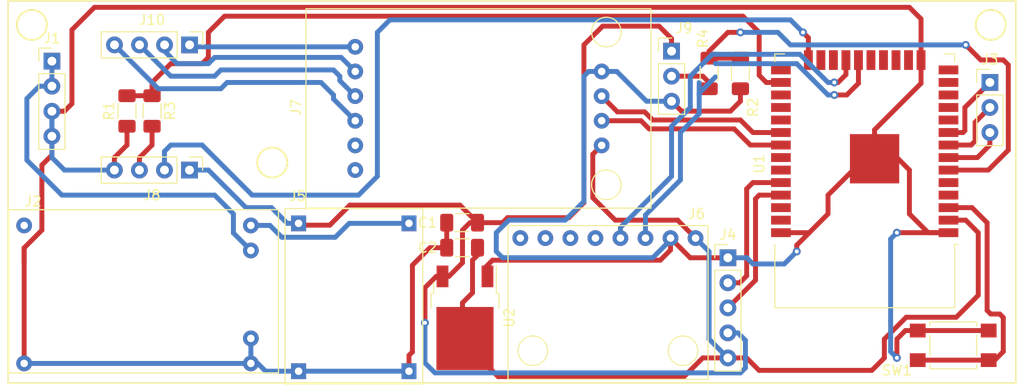
<source format=kicad_pcb>
(kicad_pcb (version 20211014) (generator pcbnew)
  (layers (0 "F.Cu" signal) (31 "B.Cu" signal) (34 "B.Paste" user) (35 "F.Paste" user) (36 "B.SilkS" user "B.Silkscreen") (37 "F.SilkS" user "F.Silkscreen") (38 "B.Mask" user) (39 "F.Mask" user) (44 "Edge.Cuts" user))
  (net 0 "")
  (net 1 "4056OUT-")
  (net 2 "US_ECHO")
  (net 3 "VEL_PULSE")
  (net 4 "Net-(J8-Pad3)")
  (net 5 "Net-(J9-Pad2)")
  (net 6 "3.3Reg")
  (net 9 "Net-(SW1-Pad2)")
  (net 19 "MPU_SCL")
  (net 20 "MPU_SDA")
  (net 23 "US_TRIGGER")
  (net 28 "LC_SCK")
  (net 29 "LC_DT")
  (net 32 "Net-(J3-Pad3)")
  (net 33 "Net-(J4-Pad3)")
  (net 36 "Boost5V")
  (net 37 "LC_E+")
  (net 38 "LC_E-")
  (net 39 "LC_A+")
  (net 40 "LC_A-")
  (net 41 "4056OUT+")
  (net 42 "USB+")
  (net 43 "Battery(+)")
  (net 44 "Net-(J3-Pad1)")
  (net 45 "Net-(J3-Pad2)")
  (net 46 "Net-(J4-Pad2)")
  (footprint "Connector_PinHeader_2.54mm:PinHeader_1x04_P2.54mm_Vertical" (layer "F.Cu") (at 71.12 125.73 -90)
    (fp_text reference "J10" (at -2.54 3.81 180) (layer "F.SilkS"))
    (fp_text value "LOADCELL")
    (fp_line (start -1.33 0) (end -1.33 -1.33) (layer "F.SilkS") (width 0.12))
    (fp_line (start -1.33 1.27) (end 1.33 1.27) (layer "F.SilkS") (width 0.12))
    (fp_line (start -1.33 1.27) (end -1.33 8.95) (layer "F.SilkS") (width 0.12))
    (fp_line (start 1.33 1.27) (end 1.33 8.95) (layer "F.SilkS") (width 0.12))
    (fp_line (start -1.33 -1.33) (end 0 -1.33) (layer "F.SilkS") (width 0.12))
    (fp_line (start -1.33 8.95) (end 1.33 8.95) (layer "F.SilkS") (width 0.12))
    (pad "1" thru_hole rect (at 0 0 270) (size 1.7 1.7) (drill 0.9) (layers *.Cu *.Mask) (net 37 "LC_E+"))
    (pad "2" thru_hole oval (at 0 2.54 270) (size 1.7 1.7) (drill 0.9) (layers *.Cu *.Mask) (net 38 "LC_E-"))
    (pad "3" thru_hole oval (at 0 5.08 270) (size 1.7 1.7) (drill 0.9) (layers *.Cu *.Mask) (net 39 "LC_A+"))
    (pad "4" thru_hole oval (at 0 7.62 270) (size 1.7 1.7) (drill 0.9) (layers *.Cu *.Mask) (net 40 "LC_A-"))
  )
  (footprint "Connector_PinHeader_2.54mm:PinHeader_1x04_P2.54mm_Vertical" (layer "F.Cu") (at 71.11 138.43 -90)
    (fp_text reference "J8" (at 2.54 3.8 180) (layer "F.SilkS"))
    (fp_text value "HC-SR04")
    (fp_line (start -1.33 0) (end -1.33 -1.33) (layer "F.SilkS") (width 0.12))
    (fp_line (start -1.33 -1.33) (end 0 -1.33) (layer "F.SilkS") (width 0.12))
    (fp_line (start 1.33 1.27) (end 1.33 8.95) (layer "F.SilkS") (width 0.12))
    (fp_line (start -1.33 1.27) (end -1.33 8.95) (layer "F.SilkS") (width 0.12))
    (fp_line (start -1.33 1.27) (end 1.33 1.27) (layer "F.SilkS") (width 0.12))
    (fp_line (start -1.33 8.95) (end 1.33 8.95) (layer "F.SilkS") (width 0.12))
    (pad "1" thru_hole rect (at 0 0 270) (size 1.7 1.7) (drill 0.9) (layers *.Cu *.Mask) (net 36 "Boost5V"))
    (pad "2" thru_hole oval (at 0 2.54 270) (size 1.7 1.7) (drill 0.9) (layers *.Cu *.Mask) (net 23 "US_TRIGGER"))
    (pad "3" thru_hole oval (at 0 5.08 270) (size 1.7 1.7) (drill 0.9) (layers *.Cu *.Mask) (net 4 "Net-(J8-Pad3)"))
    (pad "4" thru_hole oval (at 0 7.62 270) (size 1.7 1.7) (drill 0.9) (layers *.Cu *.Mask) (net 1 "4056OUT-"))
  )
  (footprint "Connector_PinHeader_2.54mm:PinHeader_1x05_P2.54mm_Vertical" (layer "F.Cu") (at 125.73 147.325)
    (fp_text reference "J4" (at 0 -2.33) (layer "F.SilkS"))
    (fp_text value "UART2TTL Bridge")
    (fp_line (start 1.33 1.27) (end 1.33 11.49) (layer "F.SilkS") (width 0.12))
    (fp_line (start -1.33 1.27) (end 1.33 1.27) (layer "F.SilkS") (width 0.12))
    (fp_line (start -1.33 -1.33) (end 0 -1.33) (layer "F.SilkS") (width 0.12))
    (fp_line (start -1.33 0) (end -1.33 -1.33) (layer "F.SilkS") (width 0.12))
    (fp_line (start -1.33 11.49) (end 1.33 11.49) (layer "F.SilkS") (width 0.12))
    (fp_line (start -1.33 1.27) (end -1.33 11.49) (layer "F.SilkS") (width 0.12))
    (pad "1" thru_hole rect (at 0 0) (size 1.7 1.7) (drill 0.9) (layers *.Cu *.Mask) (net 1 "4056OUT-"))
    (pad "2" thru_hole oval (at 0 2.54) (size 1.7 1.7) (drill 0.9) (layers *.Cu *.Mask) (net 46 "Net-(J4-Pad2)"))
    (pad "3" thru_hole oval (at 0 5.08) (size 1.7 1.7) (drill 0.9) (layers *.Cu *.Mask) (net 33 "Net-(J4-Pad3)"))
    (pad "4" thru_hole oval (at 0 7.62) (size 1.7 1.7) (drill 0.9) (layers *.Cu *.Mask) (net 36 "Boost5V"))
    (pad "5" thru_hole oval (at 0 10.16) (size 1.7 1.7) (drill 0.9) (layers *.Cu *.Mask) (net 6 "3.3Reg"))
  )
  (footprint "Resistor_SMD:R_1206_3216Metric_Pad1.30x1.75mm_HandSolder" (layer "F.Cu") (at 127 128.625 90)
    (fp_text reference "R2" (at -3.455 1.27 90) (layer "F.SilkS"))
    (fp_text value "1k")
    (fp_line (start -0.727064 0.91) (end 0.727064 0.91) (layer "F.SilkS") (width 0.12))
    (fp_line (start -0.727064 -0.91) (end 0.727064 -0.91) (layer "F.SilkS") (width 0.12))
    (pad "1" smd roundrect (at -1.55 0 90) (size 1.3 1.75) (layers "F.Cu" "F.Paste" "F.Mask") (roundrect_rratio 0.1923076923) (net 1 "4056OUT-"))
    (pad "2" smd roundrect (at 1.55 0 90) (size 1.3 1.75) (layers "F.Cu" "F.Paste" "F.Mask") (roundrect_rratio 0.1923076923) (net 3 "VEL_PULSE"))
  )
  (footprint "Capacitor_SMD:C_1206_3216Metric_Pad1.33x1.80mm_HandSolder" (layer "F.Cu") (at 98.7675 146.304 180)
    (fp_text reference "C2" (at 3.5175 0) (layer "F.SilkS"))
    (fp_text value "CP1_Small")
    (fp_line (start -0.711252 0.91) (end 0.711252 0.91) (layer "F.SilkS") (width 0.12))
    (fp_line (start -0.711252 -0.91) (end 0.711252 -0.91) (layer "F.SilkS") (width 0.12))
    (pad "1" smd roundrect (at -1.5625 0 180) (size 1.325 1.8) (layers "F.Cu" "F.Paste" "F.Mask") (roundrect_rratio 0.1886792453) (net 6 "3.3Reg"))
    (pad "2" smd roundrect (at 1.5625 0 180) (size 1.325 1.8) (layers "F.Cu" "F.Paste" "F.Mask") (roundrect_rratio 0.1886792453) (net 1 "4056OUT-"))
  )
  (footprint "Miscelaneos:MPU 6050 Module" (layer "F.Cu") (at 123.72 144.06 -90)
    (fp_text reference "J6" (at -1.185 1.165 unlocked) (layer "F.SilkS"))
    (fp_text value "MPU6050")
    (fp_rect (start 0 0) (end 15.6 20.3) (layer "F.SilkS") (width 0.12) (fill none))
    (fp_circle (center 12.7 17.78) (end 14.2 17.78) (layer "F.SilkS") (width 0.12) (fill none))
    (fp_circle (center 12.7 2.54) (end 14.2 2.54) (layer "F.SilkS") (width 0.12) (fill none))
    (pad "1" thru_hole circle (at 1.27 1.27 270) (size 1.6 1.6) (drill 0.762) (layers *.Cu *.Mask) (net 6 "3.3Reg"))
    (pad "2" thru_hole circle (at 1.27 3.81 270) (size 1.6 1.6) (drill 0.762) (layers *.Cu *.Mask) (net 1 "4056OUT-"))
    (pad "3" thru_hole circle (at 1.27 6.35 270) (size 1.6 1.6) (drill 0.762) (layers *.Cu *.Mask) (net 19 "MPU_SCL"))
    (pad "4" thru_hole circle (at 1.27 8.89 270) (size 1.6 1.6) (drill 0.762) (layers *.Cu *.Mask) (net 20 "MPU_SDA"))
    (pad "5" thru_hole circle (at 1.27 11.43 270) (size 1.6 1.6) (drill 0.762) (layers *.Cu *.Mask))
    (pad "6" thru_hole circle (at 1.27 13.97 270) (size 1.6 1.6) (drill 0.762) (layers *.Cu *.Mask))
    (pad "7" thru_hole circle (at 1.27 16.51 270) (size 1.6 1.6) (drill 0.762) (layers *.Cu *.Mask))
    (pad "8" thru_hole circle (at 1.27 19.05 270) (size 1.6 1.6) (drill 0.762) (layers *.Cu *.Mask))
  )
  (footprint "Resistor_SMD:R_1206_3216Metric_Pad1.30x1.75mm_HandSolder" (layer "F.Cu") (at 123.825 128.625 -90)
    (fp_text reference "R4" (at -3.53 0.635 -90) (layer "F.SilkS"))
    (fp_text value "330")
    (fp_line (start -0.727064 0.91) (end 0.727064 0.91) (layer "F.SilkS") (width 0.12))
    (fp_line (start -0.727064 -0.91) (end 0.727064 -0.91) (layer "F.SilkS") (width 0.12))
    (pad "1" smd roundrect (at -1.55 0 270) (size 1.3 1.75) (layers "F.Cu" "F.Paste" "F.Mask") (roundrect_rratio 0.1923076923) (net 3 "VEL_PULSE"))
    (pad "2" smd roundrect (at 1.55 0 270) (size 1.3 1.75) (layers "F.Cu" "F.Paste" "F.Mask") (roundrect_rratio 0.1923076923) (net 5 "Net-(J9-Pad2)"))
  )
  (footprint "Button_Switch_SMD:SW_SPST_TL3305B" (layer "F.Cu") (at 148.59 156.21)
    (fp_text reference "SW1" (at -5.715 2.54) (layer "F.SilkS"))
    (fp_text value "SW_Enable")
    (fp_line (start 2.37 2.37) (end 2.37 1.97) (layer "F.SilkS") (width 0.12))
    (fp_line (start -2.37 2.37) (end 2.37 2.37) (layer "F.SilkS") (width 0.12))
    (fp_line (start -2.37 -2.37) (end 2.37 -2.37) (layer "F.SilkS") (width 0.12))
    (fp_line (start -2.37 -2.37) (end -2.37 -1.97) (layer "F.SilkS") (width 0.12))
    (fp_line (start -2.37 1.03) (end -2.37 -1.03) (layer "F.SilkS") (width 0.12))
    (fp_line (start 2.37 -2.37) (end 2.37 -1.97) (layer "F.SilkS") (width 0.12))
    (fp_line (start 2.37 1.03) (end 2.37 -1.03) (layer "F.SilkS") (width 0.12))
    (fp_line (start -2.37 2.37) (end -2.37 1.97) (layer "F.SilkS") (width 0.12))
    (pad "1" smd rect (at -3.6 -1.5) (size 1.6 1.4) (layers "F.Cu" "F.Paste" "F.Mask") (net 1 "4056OUT-"))
    (pad "1" smd rect (at 3.6 -1.5) (size 1.6 1.4) (layers "F.Cu" "F.Paste" "F.Mask") (net 1 "4056OUT-"))
    (pad "2" smd rect (at 3.6 1.5) (size 1.6 1.4) (layers "F.Cu" "F.Paste" "F.Mask") (net 9 "Net-(SW1-Pad2)"))
    (pad "2" smd rect (at -3.6 1.5) (size 1.6 1.4) (layers "F.Cu" "F.Paste" "F.Mask") (net 9 "Net-(SW1-Pad2)"))
  )
  (footprint "Connector_PinHeader_2.54mm:PinHeader_1x04_P2.54mm_Vertical" (layer "F.Cu") (at 57.15 127.381)
    (fp_text reference "J1" (at 0 -2.33) (layer "F.SilkS"))
    (fp_text value "Battery Pins")
    (fp_line (start -1.33 1.27) (end 1.33 1.27) (layer "F.SilkS") (width 0.12))
    (fp_line (start -1.33 8.95) (end 1.33 8.95) (layer "F.SilkS") (width 0.12))
    (fp_line (start -1.33 0) (end -1.33 -1.33) (layer "F.SilkS") (width 0.12))
    (fp_line (start -1.33 1.27) (end -1.33 8.95) (layer "F.SilkS") (width 0.12))
    (fp_line (start 1.33 1.27) (end 1.33 8.95) (layer "F.SilkS") (width 0.12))
    (fp_line (start -1.33 -1.33) (end 0 -1.33) (layer "F.SilkS") (width 0.12))
    (pad "1" thru_hole rect (at 0 0) (size 1.7 1.7) (drill 0.9) (layers *.Cu *.Mask) (net 43 "Battery(+)"))
    (pad "2" thru_hole oval (at 0 2.54) (size 1.7 1.7) (drill 0.9) (layers *.Cu *.Mask) (net 43 "Battery(+)"))
    (pad "3" thru_hole oval (at 0 5.08) (size 1.7 1.7) (drill 0.9) (layers *.Cu *.Mask) (net 1 "4056OUT-"))
    (pad "4" thru_hole oval (at 0 7.62) (size 1.7 1.7) (drill 0.9) (layers *.Cu *.Mask) (net 1 "4056OUT-"))
  )
  (footprint "Capacitor_SMD:C_1206_3216Metric_Pad1.33x1.80mm_HandSolder" (layer "F.Cu") (at 98.7675 143.764 180)
    (fp_text reference "C1" (at 3.5175 0) (layer "F.SilkS"))
    (fp_text value "CP1_Small")
    (fp_line (start -0.711252 -0.91) (end 0.711252 -0.91) (layer "F.SilkS") (width 0.12))
    (fp_line (start -0.711252 0.91) (end 0.711252 0.91) (layer "F.SilkS") (width 0.12))
    (pad "1" smd roundrect (at -1.5625 0 180) (size 1.325 1.8) (layers "F.Cu" "F.Paste" "F.Mask") (roundrect_rratio 0.1886792453) (net 36 "Boost5V"))
    (pad "2" smd roundrect (at 1.5625 0 180) (size 1.325 1.8) (layers "F.Cu" "F.Paste" "F.Mask") (roundrect_rratio 0.1886792453) (net 1 "4056OUT-"))
  )
  (footprint "RF_Module:ESP32-WROOM-32" (layer "F.Cu") (at 139.610244 136.525 180)
    (fp_text reference "U1" (at 10.705244 -1.27 90) (layer "F.SilkS"))
    (fp_text value "ESP32-WROOM-32")
    (fp_line (start -9.12 9.88) (end -8.12 9.88) (layer "F.SilkS") (width 0.12))
    (fp_line (start -9.12 -9.445) (end -9.5 -9.445) (layer "F.SilkS") (width 0.12))
    (fp_line (start 9.12 9.1) (end 9.12 9.88) (layer "F.SilkS") (width 0.12))
    (fp_line (start 9.12 9.88) (end 8.12 9.88) (layer "F.SilkS") (width 0.12))
    (fp_line (start -9.12 9.1) (end -9.12 9.88) (layer "F.SilkS") (width 0.12))
    (fp_line (start -9.12 -15.865) (end -9.12 -9.445) (layer "F.SilkS") (width 0.12))
    (fp_line (start -9.12 -15.865) (end 9.12 -15.865) (layer "F.SilkS") (width 0.12))
    (fp_line (start 9.12 -15.865) (end 9.12 -9.445) (layer "F.SilkS") (width 0.12))
    (pad "1" smd rect (at -8.5 -8.255 180) (size 2 0.9) (layers "F.Cu" "F.Paste" "F.Mask") (net 1 "4056OUT-"))
    (pad "2" smd rect (at -8.5 -6.985 180) (size 2 0.9) (layers "F.Cu" "F.Paste" "F.Mask") (net 6 "3.3Reg"))
    (pad "3" smd rect (at -8.5 -5.715 180) (size 2 0.9) (layers "F.Cu" "F.Paste" "F.Mask") (net 9 "Net-(SW1-Pad2)"))
    (pad "4" smd rect (at -8.5 -4.445 180) (size 2 0.9) (layers "F.Cu" "F.Paste" "F.Mask"))
    (pad "5" smd rect (at -8.5 -3.175 180) (size 2 0.9) (layers "F.Cu" "F.Paste" "F.Mask"))
    (pad "6" smd rect (at -8.5 -1.905 180) (size 2 0.9) (layers "F.Cu" "F.Paste" "F.Mask") (net 3 "VEL_PULSE"))
    (pad "7" smd rect (at -8.5 -0.635 180) (size 2 0.9) (layers "F.Cu" "F.Paste" "F.Mask") (net 32 "Net-(J3-Pad3)"))
    (pad "8" smd rect (at -8.5 0.635 180) (size 2 0.9) (layers "F.Cu" "F.Paste" "F.Mask") (net 45 "Net-(J3-Pad2)"))
    (pad "9" smd rect (at -8.5 1.905 180) (size 2 0.9) (layers "F.Cu" "F.Paste" "F.Mask") (net 44 "Net-(J3-Pad1)"))
    (pad "10" smd rect (at -8.5 3.175 180) (size 2 0.9) (layers "F.Cu" "F.Paste" "F.Mask"))
    (pad "11" smd rect (at -8.5 4.445 180) (size 2 0.9) (layers "F.Cu" "F.Paste" "F.Mask"))
    (pad "12" smd rect (at -8.5 5.715 180) (size 2 0.9) (layers "F.Cu" "F.Paste" "F.Mask"))
    (pad "13" smd rect (at -8.5 6.985 180) (size 2 0.9) (layers "F.Cu" "F.Paste" "F.Mask"))
    (pad "14" smd rect (at -8.5 8.255 180) (size 2 0.9) (layers "F.Cu" "F.Paste" "F.Mask"))
    (pad "15" smd rect (at -5.715 9.255 270) (size 2 0.9) (layers "F.Cu" "F.Paste" "F.Mask") (net 1 "4056OUT-"))
    (pad "16" smd rect (at -4.445 9.255 270) (size 2 0.9) (layers "F.Cu" "F.Paste" "F.Mask"))
    (pad "17" smd rect (at -3.175 9.255 270) (size 2 0.9) (layers "F.Cu" "F.Paste" "F.Mask"))
    (pad "18" smd rect (at -1.905 9.255 270) (size 2 0.9) (layers "F.Cu" "F.Paste" "F.Mask"))
    (pad "19" smd rect (at -0.635 9.255 270) (size 2 0.9) (layers "F.Cu" "F.Paste" "F.Mask"))
    (pad "20" smd rect (at 0.635 9.255 270) (size 2 0.9) (layers "F.Cu" "F.Paste" "F.Mask") (net 19 "MPU_SCL"))
    (pad "21" smd rect (at 1.905 9.255 270) (size 2 0.9) (layers "F.Cu" "F.Paste" "F.Mask") (net 20 "MPU_SDA"))
    (pad "22" smd rect (at 3.175 9.255 270) (size 2 0.9) (layers "F.Cu" "F.Paste" "F.Mask"))
    (pad "23" smd rect (at 4.445 9.255 270) (size 2 0.9) (layers "F.Cu" "F.Paste" "F.Mask"))
    (pad "24" smd rect (at 5.715 9.255 270) (size 2 0.9) (layers "F.Cu" "F.Paste" "F.Mask") (net 23 "US_TRIGGER"))
    (pad "25" smd rect (at 8.5 8.255 180) (size 2 0.9) (layers "F.Cu" "F.Paste" "F.Mask"))
    (pad "26" smd rect (at 8.5 6.985 180) (size 2 0.9) (layers "F.Cu" "F.Paste" "F.Mask") (net 2 "US_ECHO"))
    (pad "27" smd rect (at 8.5 5.715 180) (size 2 0.9) (layers "F.Cu" "F.Paste" "F.Mask"))
    (pad "28" smd rect (at 8.5 4.445 180) (size 2 0.9) (layers "F.Cu" "F.Paste" "F.Mask"))
    (pad "29" smd rect (at 8.5 3.175 180) (size 2 0.9) (layers "F.Cu" "F.Paste" "F.Mask"))
    (pad "30" smd rect (at 8.5 1.905 180) (size 2 0.9) (layers "F.Cu" "F.Paste" "F.Mask") (net 29 "LC_DT"))
    (pad "31" smd rect (at 8.5 0.635 180) (size 2 0.9) (layers "F.Cu" "F.Paste" "F.Mask") (net 28 "LC_SCK"))
    (pad "32" smd rect (at 8.5 -0.635 180) (size 2 0.9) (layers "F.Cu" "F.Paste" "F.Mask"))
    (pad "33" smd rect (at 8.5 -1.905 180) (size 2 0.9) (layers "F.Cu" "F.Paste" "F.Mask"))
    (pad "34" smd rect (at 8.5 -3.175 180) (size 2 0.9) (layers "F.Cu" "F.Paste" "F.Mask") (net 46 "Net-(J4-Pad2)"))
    (pad "35" smd rect (at 8.5 -4.445 180) (size 2 0.9) (layers "F.Cu" "F.Paste" "F.Mask") (net 33 "Net-(J4-Pad3)"))
    (pad "36" smd rect (at 8.5 -5.715 180) (size 2 0.9) (layers "F.Cu" "F.Paste" "F.Mask"))
    (pad "37" smd rect (at 8.5 -6.985 180) (size 2 0.9) (layers "F.Cu" "F.Paste" "F.Mask"))
    (pad "38" smd rect (at 8.5 -8.255 180) (size 2 0.9) (layers "F.Cu" "F.Paste" "F.Mask") (net 1 "4056OUT-"))
    (pad "39" smd rect (at -1 -0.755 180) (size 5 5) (layers "F.Cu" "F.Paste" "F.Mask") (net 1 "4056OUT-"))
  )
  (footprint "Miscelaneos:HX711 Loadcell ADC" (layer "F.Cu") (at 82.925 121.425)
    (fp_text reference "J7" (at -1.01 10.655 90 unlocked) (layer "F.SilkS"))
    (fp_text value "HX711")
    (fp_rect (start 0 0.635) (end 35 20.865) (layer "F.SilkS") (width 0.12) (fill none))
    (fp_circle (center 30.48 3) (end 31.98 3) (layer "F.SilkS") (width 0.12) (fill none))
    (fp_circle (center 30.48 18.5) (end 31.98 18.5) (layer "F.SilkS") (width 0.12) (fill none))
    (pad "1" thru_hole circle (at 5 4.5) (size 1.6 1.6) (drill oval 0.762) (layers *.Cu *.Mask) (net 37 "LC_E+"))
    (pad "2" thru_hole circle (at 5 7) (size 1.6 1.6) (drill 0.762) (layers *.Cu *.Mask) (net 38 "LC_E-"))
    (pad "3" thru_hole circle (at 5 9.5) (size 1.6 1.6) (drill 0.762) (layers *.Cu *.Mask) (net 39 "LC_A+"))
    (pad "4" thru_hole circle (at 5 12) (size 1.6 1.6) (drill 0.762) (layers *.Cu *.Mask) (net 40 "LC_A-"))
    (pad "5" thru_hole circle (at 30 14.5) (size 1.6 1.6) (drill 0.762) (layers *.Cu *.Mask) (net 6 "3.3Reg"))
    (pad "6" thru_hole circle (at 30 7) (size 1.6 1.6) (drill 0.762) (layers *.Cu *.Mask) (net 1 "4056OUT-"))
    (pad "7" thru_hole circle (at 30 12) (size 1.6 1.6) (drill 0.762) (layers *.Cu *.Mask) (net 28 "LC_SCK"))
    (pad "8" thru_hole circle (at 30 9.5) (size 1.6 1.6) (drill 0.762) (layers *.Cu *.Mask) (net 29 "LC_DT"))
    (pad "x" thru_hole circle (at 5 14.5) (size 1.6 1.6) (drill 0.762) (layers *.Cu *.Mask))
    (pad "x" thru_hole circle (at 5 17) (size 1.6 1.6) (drill 0.762) (layers *.Cu *.Mask))
  )
  (footprint "Miscelaneos:5-12V BoostConverter" (layer "F.Cu") (at 94.774 142.335 -90)
    (fp_text reference "J5" (at -1.27 12.7 unlocked) (layer "F.SilkS"))
    (fp_text value "BoostConverter")
    (fp_rect (start 0 0) (end 17.78 13.97) (layer "F.SilkS") (width 0.12) (fill none))
    (pad "1" thru_hole rect (at 1.4986 1.3984 270) (size 1.6 1.524) (drill 0.762) (layers *.Cu *.Mask) (net 41 "4056OUT+"))
    (pad "2" thru_hole rect (at 16.4986 1.3984 270) (size 1.6 1.524) (drill 0.762) (layers *.Cu *.Mask) (net 1 "4056OUT-"))
    (pad "3" thru_hole rect (at 1.4986 12.5984 270) (size 1.6 1.524) (drill 0.762) (layers *.Cu *.Mask) (net 36 "Boost5V"))
    (pad "4" thru_hole rect (at 16.4986 12.5984 270) (size 1.6 1.524) (drill 0.762) (layers *.Cu *.Mask) (net 1 "4056OUT-"))
  )
  (footprint "Miscelaneos:18650 TP4056 Module" (layer "F.Cu") (at 52.135 137.725)
    (fp_text reference "J2" (at 3.11 3.88 unlocked) (layer "F.SilkS"))
    (fp_text value "TP4056 Module")
    (fp_rect (start 0.635 21.285) (end 28 4.72) (layer "F.SilkS") (width 0.12) (fill none))
    (pad "1" thru_hole circle (at 25.2 8.86) (size 1.6 1.6) (drill 0.762) (layers *.Cu *.Mask) (net 43 "Battery(+)"))
    (pad "2" thru_hole circle (at 25.2 17.78) (size 1.6 1.6) (drill 0.762) (layers *.Cu *.Mask) (net 1 "4056OUT-"))
    (pad "3" thru_hole circle (at 25.2 6.32) (size 1.6 1.6) (drill 0.762) (layers *.Cu *.Mask) (net 41 "4056OUT+"))
    (pad "4" thru_hole circle (at 2.2 6.32) (size 1.6 1.6) (drill 0.762) (layers *.Cu *.Mask) (net 42 "USB+"))
    (pad "5" thru_hole circle (at 25.2 20.32) (size 1.6 1.6) (drill 0.762) (layers *.Cu *.Mask) (net 1 "4056OUT-"))
    (pad "6" thru_hole circle (at 2.2 20.32) (size 1.6 1.6) (drill 0.762) (layers *.Cu *.Mask) (net 1 "4056OUT-"))
  )
  (footprint "Package_TO_SOT_SMD:TO-252-2" (layer "F.Cu") (at 99.059 153.416 -90)
    (fp_text reference "U2" (at 0 -4.5 -90) (layer "F.SilkS"))
    (fp_text value "LM1117-3.3")
    (fp_line (start -2.47 -3.45) (end -2.47 -3.18) (layer "F.SilkS") (width 0.12))
    (fp_line (start -2.47 -3.18) (end -5.3 -3.18) (layer "F.SilkS") (width 0.12))
    (fp_line (start -2.47 3.18) (end -3.57 3.18) (layer "F.SilkS") (width 0.12))
    (fp_line (start -0.97 -3.45) (end -2.47 -3.45) (layer "F.SilkS") (width 0.12))
    (fp_line (start -2.47 3.45) (end -2.47 3.18) (layer "F.SilkS") (width 0.12))
    (fp_line (start -0.97 3.45) (end -2.47 3.45) (layer "F.SilkS") (width 0.12))
    (pad "1" smd rect (at -4.2 -2.28 270) (size 2.2 1.2) (layers "F.Cu" "F.Paste" "F.Mask") (net 1 "4056OUT-"))
    (pad "2" smd rect (at 2.1 0 270) (size 6.4 5.8) (layers "F.Cu" "F.Mask") (net 6 "3.3Reg"))
    (pad "3" smd rect (at -4.2 2.28 270) (size 2.2 1.2) (layers "F.Cu" "F.Paste" "F.Mask") (net 36 "Boost5V"))
  )
  (footprint "Connector_PinHeader_2.54mm:PinHeader_1x03_P2.54mm_Vertical" (layer "F.Cu") (at 152.310244 129.54)
    (fp_text reference "J3" (at 0 -2.33) (layer "F.SilkS"))
    (fp_text value "Reserve IO's")
    (fp_line (start -1.33 0) (end -1.33 -1.33) (layer "F.SilkS") (width 0.12))
    (fp_line (start -1.33 -1.33) (end 0 -1.33) (layer "F.SilkS") (width 0.12))
    (fp_line (start -1.33 1.27) (end 1.33 1.27) (layer "F.SilkS") (width 0.12))
    (fp_line (start 1.33 1.27) (end 1.33 6.41) (layer "F.SilkS") (width 0.12))
    (fp_line (start -1.33 6.41) (end 1.33 6.41) (layer "F.SilkS") (width 0.12))
    (fp_line (start -1.33 1.27) (end -1.33 6.41) (layer "F.SilkS") (width 0.12))
    (pad "1" thru_hole rect (at 0 0) (size 1.7 1.7) (drill 0.9) (layers *.Cu *.Mask) (net 44 "Net-(J3-Pad1)"))
    (pad "2" thru_hole oval (at 0 2.54) (size 1.7 1.7) (drill 0.9) (layers *.Cu *.Mask) (net 45 "Net-(J3-Pad2)"))
    (pad "3" thru_hole oval (at 0 5.08) (size 1.7 1.7) (drill 0.9) (layers *.Cu *.Mask) (net 32 "Net-(J3-Pad3)"))
  )
  (footprint "Resistor_SMD:R_1206_3216Metric_Pad1.30x1.75mm_HandSolder" (layer "F.Cu") (at 64.77 132.435 90)
    (fp_text reference "R1" (at 0 -1.82 90) (layer "F.SilkS"))
    (fp_text value "1k")
    (fp_line (start -0.727064 0.91) (end 0.727064 0.91) (layer "F.SilkS") (width 0.12))
    (fp_line (start -0.727064 -0.91) (end 0.727064 -0.91) (layer "F.SilkS") (width 0.12))
    (pad "1" smd roundrect (at -1.55 0 90) (size 1.3 1.75) (layers "F.Cu" "F.Paste" "F.Mask") (roundrect_rratio 0.1923076923) (net 1 "4056OUT-"))
    (pad "2" smd roundrect (at 1.55 0 90) (size 1.3 1.75) (layers "F.Cu" "F.Paste" "F.Mask") (roundrect_rratio 0.1923076923) (net 2 "US_ECHO"))
  )
  (footprint "Connector_PinHeader_2.54mm:PinHeader_1x03_P2.54mm_Vertical" (layer "F.Cu") (at 120.015 126.365)
    (fp_text reference "J9" (at 1.27 -2.33) (layer "F.SilkS"))
    (fp_text value "FOTOELECTRIC_ENCODER")
    (fp_line (start -1.33 1.27) (end 1.33 1.27) (layer "F.SilkS") (width 0.12))
    (fp_line (start -1.33 0) (end -1.33 -1.33) (layer "F.SilkS") (width 0.12))
    (fp_line (start -1.33 1.27) (end -1.33 6.41) (layer "F.SilkS") (width 0.12))
    (fp_line (start -1.33 -1.33) (end 0 -1.33) (layer "F.SilkS") (width 0.12))
    (fp_line (start -1.33 6.41) (end 1.33 6.41) (layer "F.SilkS") (width 0.12))
    (fp_line (start 1.33 1.27) (end 1.33 6.41) (layer "F.SilkS") (width 0.12))
    (pad "1" thru_hole rect (at 0 0) (size 1.7 1.7) (drill 0.9) (layers *.Cu *.Mask) (net 36 "Boost5V"))
    (pad "2" thru_hole oval (at 0 2.54) (size 1.7 1.7) (drill 0.9) (layers *.Cu *.Mask) (net 5 "Net-(J9-Pad2)"))
    (pad "3" thru_hole oval (at 0 5.08) (size 1.7 1.7) (drill 0.9) (layers *.Cu *.Mask) (net 1 "4056OUT-"))
  )
  (footprint "Resistor_SMD:R_1206_3216Metric_Pad1.30x1.75mm_HandSolder" (layer "F.Cu") (at 67.31 132.435 -90)
    (fp_text reference "R3" (at 0 -1.82 -90) (layer "F.SilkS"))
    (fp_text value "330")
    (fp_line (start -0.727064 0.91) (end 0.727064 0.91) (layer "F.SilkS") (width 0.12))
    (fp_line (start -0.727064 -0.91) (end 0.727064 -0.91) (layer "F.SilkS") (width 0.12))
    (pad "1" smd roundrect (at -1.55 0 270) (size 1.3 1.75) (layers "F.Cu" "F.Paste" "F.Mask") (roundrect_rratio 0.1923076923) (net 2 "US_ECHO"))
    (pad "2" smd roundrect (at 1.55 0 270) (size 1.3 1.75) (layers "F.Cu" "F.Paste" "F.Mask") (roundrect_rratio 0.1923076923) (net 4 "Net-(J8-Pad3)"))
  )
  (gr_rect (start 52.705 160.02) (end 154.94 121.285) (layer "F.SilkS") (width 0.15) (fill none))
  (gr_circle (center 55.118 123.698) (end 56.642 123.698) (layer "F.SilkS") (width 0.2) (fill none))
  (gr_circle (center 152.4 123.698) (end 153.924 123.698) (layer "F.SilkS") (width 0.2) (fill none))
  (gr_circle (center 79.502 137.668) (end 81.026 137.668) (layer "F.SilkS") (width 0.2) (fill none))
  (segment (start 120.015 131.445) (end 121.02048 132.45048) (width 0.5) (layer "F.Cu") (net 1))
  (segment (start 58.42 132.461) (end 59.182 131.699) (width 0.5) (layer "F.Cu") (net 1))
  (segment (start 56.134 137.922) (end 57.15 136.906) (width 0.5) (layer "F.Cu") (net 1))
  (segment (start 148.110244 144.78) (end 146.05 144.78) (width 0.5) (layer "F.Cu") (net 1))
  (segment (start 54.335 146.325) (end 56.134 144.526) (width 0.5) (layer "F.Cu") (net 1))
  (segment (start 56.134 144.526) (end 56.134 137.922) (width 0.5) (layer "F.Cu") (net 1))
  (segment (start 145.325244 127.27) (end 145.325244 129.629756) (width 0.5) (layer "F.Cu") (net 1))
  (segment (start 135.89 140.97) (end 139.58 137.28) (width 0.5) (layer "F.Cu") (net 1))
  (segment (start 144.145 138.43) (end 142.995 137.28) (width 0.5) (layer "F.Cu") (net 1))
  (segment (start 121.02048 132.45048) (end 125.99452 132.45048) (width 0.5) (layer "F.Cu") (net 1))
  (segment (start 133.985 144.78) (end 132.715 146.05) (width 0.5) (layer "F.Cu") (net 1))
  (segment (start 101.854 147.574) (end 118.872 147.574) (width 0.5) (layer "F.Cu") (net 1))
  (segment (start 144.145 142.875) (end 144.145 138.43) (width 0.5) (layer "F.Cu") (net 1))
  (segment (start 101.086 148.342) (end 101.854 147.574) (width 0.5) (layer "F.Cu") (net 1))
  (segment (start 63.49 137.17) (end 64.77 135.89) (width 0.5) (layer "F.Cu") (net 1))
  (segment (start 146.05 144.78) (end 144.145 142.875) (width 0.5) (layer "F.Cu") (net 1))
  (segment (start 93.726 148.082) (end 93.726 156.8756) (width 0.5) (layer "F.Cu") (net 1))
  (segment (start 143.742114 154.71) (end 142.876057 155.576057) (width 0.5) (layer "F.Cu") (net 1))
  (segment (start 63.49 138.43) (end 63.49 137.17) (width 0.5) (layer "F.Cu") (net 1))
  (segment (start 119.91 146.536) (end 119.91 145.33) (width 0.5) (layer "F.Cu") (net 1))
  (segment (start 125.99452 132.45048) (end 127 131.445) (width 0.5) (layer "F.Cu") (net 1))
  (segment (start 101.086 149.807) (end 101.086 148.342) (width 0.5) (layer "F.Cu") (net 1))
  (segment (start 61.468 121.92) (end 144.145 121.92) (width 0.5) (layer "F.Cu") (net 1))
  (segment (start 97.205 143.764) (end 97.205 146.304) (width 0.5) (layer "F.Cu") (net 1))
  (segment (start 144.99 154.71) (end 152.19 154.71) (width 0.5) (layer "F.Cu") (net 1))
  (segment (start 145.325244 123.100244) (end 145.325244 127.27) (width 0.5) (layer "F.Cu") (net 1))
  (segment (start 133.985 144.78) (end 135.89 142.875) (width 0.5) (layer "F.Cu") (net 1))
  (segment (start 95.504 146.304) (end 93.726 148.082) (width 0.5) (layer "F.Cu") (net 1))
  (segment (start 118.872 147.574) (end 119.91 146.536) (width 0.5) (layer "F.Cu") (net 1))
  (segment (start 57.15 132.461) (end 58.42 132.461) (width 0.5) (layer "F.Cu") (net 1))
  (segment (start 93.3756 157.226) (end 93.3756 158.8336) (width 0.5) (layer "F.Cu") (net 1))
  (segment (start 131.110244 144.78) (end 133.985 144.78) (width 0.5) (layer "F.Cu") (net 1))
  (segment (start 64.77 135.89) (end 64.77 133.985) (width 0.5) (layer "F.Cu") (net 1))
  (segment (start 121.905 147.325) (end 119.91 145.33) (width 0.5) (layer "F.Cu") (net 1))
  (segment (start 54.335 158.045) (end 54.335 146.325) (width 0.5) (layer "F.Cu") (net 1))
  (segment (start 142.875 144.78) (end 148.110244 144.78) (width 0.5) (layer "F.Cu") (net 1))
  (segment (start 145.325244 129.629756) (end 140.610244 134.344756) (width 0.5) (layer "F.Cu") (net 1))
  (segment (start 93.726 156.8756) (end 93.3756 157.226) (width 0.5) (layer "F.Cu") (net 1))
  (segment (start 142.876057 155.576057) (end 142.876057 157.481056) (width 0.5) (layer "F.Cu") (net 1))
  (segment (start 142.995 137.28) (end 140.610244 137.28) (width 0.5) (layer "F.Cu") (net 1))
  (segment (start 140.610244 134.344756) (end 140.610244 137.28) (width 0.5) (layer "F.Cu") (net 1))
  (segment (start 135.89 142.875) (end 135.89 140.97) (width 0.5) (layer "F.Cu") (net 1))
  (segment (start 57.15 136.906) (end 57.15 135.001) (width 0.5) (layer "F.Cu") (net 1))
  (segment (start 125.73 147.325) (end 121.905 147.325) (width 0.5) (layer "F.Cu") (net 1))
  (segment (start 132.715 146.05) (end 132.715 146.685) (width 0.5) (layer "F.Cu") (net 1))
  (segment (start 59.182 131.699) (end 59.182 124.206) (width 0.5) (layer "F.Cu") (net 1))
  (segment (start 139.58 137.28) (end 140.610244 137.28) (width 0.5) (layer "F.Cu") (net 1))
  (segment (start 144.99 154.71) (end 143.742114 154.71) (width 0.5) (layer "F.Cu") (net 1))
  (segment (start 127 131.445) (end 127 130.175) (width 0.5) (layer "F.Cu") (net 1))
  (segment (start 59.182 124.206) (end 61.468 121.92) (width 0.5) (layer "F.Cu") (net 1))
  (segment (start 144.145 121.92) (end 145.325244 123.100244) (width 0.5) (layer "F.Cu") (net 1))
  (segment (start 54.335 147.976) (end 54.335 146.325) (width 0.5) (layer "F.Cu") (net 1))
  (segment (start 97.205 146.304) (end 95.504 146.304) (width 0.5) (layer "F.Cu") (net 1))
  (via (at 132.715 146.685) (size 0.8) (drill 0.4) (layers "F.Cu" "B.Cu") (net 1))
  (via (at 142.875 144.78) (size 0.8) (drill 0.4) (layers "F.Cu" "B.Cu") (net 1))
  (via (at 142.876057 157.481056) (size 0.8) (drill 0.4) (layers "F.Cu" "B.Cu") (net 1))
  (segment (start 131.445 147.955) (end 128.27 147.955) (width 0.5) (layer "B.Cu") (net 1))
  (segment (start 63.49 138.43) (end 58.42 138.43) (width 0.5) (layer "B.Cu") (net 1))
  (segment (start 93.1202 158.835) (end 93.1216 158.8336) (width 0.5) (layer "B.Cu") (net 1))
  (segment (start 103.505 143.51) (end 102.235 144.78) (width 0.5) (layer "B.Cu") (net 1))
  (segment (start 109.22 143.51) (end 103.505 143.51) (width 0.5) (layer "B.Cu") (net 1))
  (segment (start 57.15 132.09) (end 57.15 135.255) (width 0.5) (layer "B.Cu") (net 1))
  (segment (start 114.455 128.425) (end 117.475 131.445) (width 0.5) (layer "B.Cu") (net 1))
  (segment (start 112.925 128.425) (end 111.605 128.425) (width 0.5) (layer "B.Cu") (net 1))
  (segment (start 128.27 147.955) (end 127.635 147.32) (width 0.5) (layer "B.Cu") (net 1))
  (segment (start 111.125 128.905) (end 111.125 141.605) (width 0.5) (layer "B.Cu") (net 1))
  (segment (start 58.42 138.43) (end 57.15 137.16) (width 0.5) (layer "B.Cu") (net 1))
  (segment (start 142.24 156.844999) (end 142.24 153.67) (width 0.5) (layer "B.Cu") (net 1))
  (segment (start 112.925 128.425) (end 114.455 128.425) (width 0.5) (layer "B.Cu") (net 1))
  (segment (start 57.15 132.461) (end 57.15 135.001) (width 0.5) (layer "B.Cu") (net 1))
  (segment (start 102.235 144.78) (end 102.235 146.685) (width 0.5) (layer "B.Cu") (net 1))
  (segment (start 142.24 145.415) (end 142.875 144.78) (width 0.5) (layer "B.Cu") (net 1))
  (segment (start 127.635 147.32) (end 127.63 147.325) (width 0.5) (layer "B.Cu") (net 1))
  (segment (start 119.91 145.52) (end 119.91 145.33) (width 0.5) (layer "B.Cu") (net 1))
  (segment (start 142.876057 157.481056) (end 142.24 156.844999) (width 0.5) (layer "B.Cu") (net 1))
  (segment (start 102.235 146.685) (end 102.87 147.32) (width 0.5) (layer "B.Cu") (net 1))
  (segment (start 54.335 158.045) (end 77.335 158.045) (width 0.5) (layer "B.Cu") (net 1))
  (segment (start 118.11 147.32) (end 119.91 145.52) (width 0.5) (layer "B.Cu") (net 1))
  (segment (start 127.63 147.325) (end 125.73 147.325) (width 0.5) (layer "B.Cu") (net 1))
  (segment (start 117.475 131.445) (end 120.015 131.445) (width 0.5) (layer "B.Cu") (net 1))
  (segment (start 78.825 158.835) (end 93.1202 158.835) (width 0.5) (layer "B.Cu") (net 1))
  (segment (start 111.125 141.605) (end 109.22 143.51) (width 0.5) (layer "B.Cu") (net 1))
  (segment (start 77.335 158.045) (end 78.035 158.045) (width 0.5) (layer "B.Cu") (net 1))
  (segment (start 111.605 128.425) (end 111.125 128.905) (width 0.5) (layer "B.Cu") (net 1))
  (segment (start 132.715 146.685) (end 131.445 147.955) (width 0.5) (layer "B.Cu") (net 1))
  (segment (start 57.15 137.16) (end 57.15 135.001) (width 0.5) (layer "B.Cu") (net 1))
  (segment (start 78.035 158.045) (end 78.825 158.835) (width 0.5) (layer "B.Cu") (net 1))
  (segment (start 77.335 155.505) (end 77.335 158.045) (width 0.5) (layer "B.Cu") (net 1))
  (segment (start 142.24 153.67) (end 142.24 145.415) (width 0.5) (layer "B.Cu") (net 1))
  (segment (start 102.87 147.32) (end 118.11 147.32) (width 0.5) (layer "B.Cu") (net 1))
  (segment (start 69.215 127.635) (end 72.39 127.635) (width 0.5) (layer "F.Cu") (net 2))
  (segment (start 74.66548 122.81952) (end 127.26452 122.81952) (width 0.5) (layer "F.Cu") (net 2))
  (segment (start 73.025 127) (end 73.025 124.46) (width 0.5) (layer "F.Cu") (net 2))
  (segment (start 73.025 124.46) (end 74.66548 122.81952) (width 0.5) (layer "F.Cu") (net 2))
  (segment (start 128.905 128.813778) (end 129.631222 129.54) (width 0.5) (layer "F.Cu") (net 2))
  (segment (start 67.31 129.54) (end 69.215 127.635) (width 0.5) (layer "F.Cu") (net 2))
  (segment (start 129.631222 129.54) (end 131.110244 129.54) (width 0.5) (layer "F.Cu") (net 2))
  (segment (start 64.77 130.885) (end 67.31 130.885) (width 0.5) (layer "F.Cu") (net 2))
  (segment (start 128.905 124.46) (end 128.905 128.813778) (width 0.5) (layer "F.Cu") (net 2))
  (segment (start 67.31 130.885) (end 67.31 129.54) (width 0.5) (layer "F.Cu") (net 2))
  (segment (start 127.26452 122.81952) (end 128.905 124.46) (width 0.5) (layer "F.Cu") (net 2))
  (segment (start 72.39 127.635) (end 73.025 127) (width 0.5) (layer "F.Cu") (net 2))
  (segment (start 154.178 127.762) (end 154.178 136.398) (width 0.5) (layer "F.Cu") (net 3))
  (segment (start 153.67 127.254) (end 154.178 127.762) (width 0.5) (layer "F.Cu") (net 3))
  (segment (start 127 124.46) (end 125.73 124.46) (width 0.5) (layer "F.Cu") (net 3))
  (segment (start 154.178 136.398) (end 152.146 138.43) (width 0.5) (layer "F.Cu") (net 3))
  (segment (start 152.146 138.43) (end 148.110244 138.43) (width 0.5) (layer "F.Cu") (net 3))
  (segment (start 149.86 125.73) (end 151.384 127.254) (width 0.5) (layer "F.Cu") (net 3))
  (segment (start 123.825 126.365) (end 123.825 127.075) (width 0.5) (layer "F.Cu") (net 3))
  (segment (start 151.384 127.254) (end 153.67 127.254) (width 0.5) (layer "F.Cu") (net 3))
  (segment (start 123.825 127.075) (end 127 127.075) (width 0.5) (layer "F.Cu") (net 3))
  (segment (start 125.73 124.46) (end 123.825 126.365) (width 0.5) (layer "F.Cu") (net 3))
  (via (at 127 124.46) (size 0.8) (drill 0.4) (layers "F.Cu" "B.Cu") (net 3))
  (via (at 149.86 125.73) (size 0.8) (drill 0.4) (layers "F.Cu" "B.Cu") (net 3))
  (segment (start 133.35 125.73) (end 132.08 125.73) (width 0.5) (layer "B.Cu") (net 3))
  (segment (start 132.08 125.73) (end 130.81 124.46) (width 0.5) (layer "B.Cu") (net 3))
  (segment (start 149.86 125.73) (end 133.35 125.73) (width 0.5) (layer "B.Cu") (net 3))
  (segment (start 130.81 124.46) (end 127 124.46) (width 0.5) (layer "B.Cu") (net 3))
  (segment (start 66.03 138.43) (end 66.03 137.17) (width 0.5) (layer "F.Cu") (net 4))
  (segment (start 67.31 135.89) (end 67.31 133.985) (width 0.5) (layer "F.Cu") (net 4))
  (segment (start 66.03 137.17) (end 67.31 135.89) (width 0.5) (layer "F.Cu") (net 4))
  (segment (start 123.825 129.54) (end 123.19 128.905) (width 0.5) (layer "F.Cu") (net 5))
  (segment (start 123.19 128.905) (end 120.015 128.905) (width 0.5) (layer "F.Cu") (net 5))
  (segment (start 123.825 130.175) (end 123.825 129.54) (width 0.5) (layer "F.Cu") (net 5))
  (segment (start 148.110244 143.51) (end 149.86 143.51) (width 0.5) (layer "F.Cu") (net 6))
  (segment (start 112.02452 136.82548) (end 112.02452 141.23452) (width 0.5) (layer "F.Cu") (net 6))
  (segment (start 151.13 151.13) (end 148.899511 153.360489) (width 0.5) (layer "F.Cu") (net 6))
  (segment (start 98.806 155.516) (end 99.70552 154.61648) (width 0.5) (layer "F.Cu") (net 6))
  (segment (start 102.421 159.385) (end 98.806 155.77) (width 0.5) (layer "F.Cu") (net 6))
  (segment (start 140.335 158.75) (end 128.895 158.75) (width 0.5) (layer "F.Cu") (net 6))
  (segment (start 123.19 157.48) (end 121.285 159.385) (width 0.5) (layer "F.Cu") (net 6))
  (segment (start 141.605 157.48) (end 140.335 158.75) (width 0.5) (layer "F.Cu") (net 6))
  (segment (start 99.822 147.574) (end 99.822 150.876) (width 0.5) (layer "F.Cu") (net 6))
  (segment (start 121.285 159.385) (end 102.421 159.385) (width 0.5) (layer "F.Cu") (net 6))
  (segment (start 100.33 146.304) (end 100.33 147.066) (width 0.5) (layer "F.Cu") (net 6))
  (segment (start 120.65 143.53) (end 122.45 145.33) (width 0.5) (layer "F.Cu") (net 6))
  (segment (start 141.605 155.575) (end 141.605 157.48) (width 0.5) (layer "F.Cu") (net 6))
  (segment (start 123.195 157.485) (end 123.19 157.48) (width 0.5) (layer "F.Cu") (net 6))
  (segment (start 99.822 150.876) (end 98.806 151.892) (width 0.5) (layer "F.Cu") (net 6))
  (segment (start 127.63 157.485) (end 125.73 157.485) (width 0.5) (layer "F.Cu") (net 6))
  (segment (start 98.806 151.892) (end 98.806 155.516) (width 0.5) (layer "F.Cu") (net 6))
  (segment (start 100.33 147.066) (end 99.822 147.574) (width 0.5) (layer "F.Cu") (net 6))
  (segment (start 151.13 144.78) (end 151.13 151.13) (width 0.5) (layer "F.Cu") (net 6))
  (segment (start 125.73 157.485) (end 123.195 157.485) (width 0.5) (layer "F.Cu") (net 6))
  (segment (start 128.895 158.75) (end 127.63 157.485) (width 0.5) (layer "F.Cu") (net 6))
  (segment (start 149.86 143.51) (end 151.13 144.78) (width 0.5) (layer "F.Cu") (net 6))
  (segment (start 120.65 143.51) (end 120.65 143.53) (width 0.5) (layer "F.Cu") (net 6))
  (segment (start 112.925 135.925) (end 112.02452 136.82548) (width 0.5) (layer "F.Cu") (net 6))
  (segment (start 143.819511 153.360489) (end 141.605 155.575) (width 0.5) (layer "F.Cu") (net 6))
  (segment (start 148.899511 153.360489) (end 143.819511 153.360489) (width 0.5) (layer "F.Cu") (net 6))
  (segment (start 114.3 143.51) (end 120.65 143.51) (width 0.5) (layer "F.Cu") (net 6))
  (segment (start 112.02452 141.23452) (end 114.3 143.51) (width 0.5) (layer "F.Cu") (net 6))
  (segment (start 123.825 155.58) (end 125.73 157.485) (width 0.5) (layer "B.Cu") (net 6))
  (segment (start 123.825 146.705) (end 123.825 155.58) (width 0.5) (layer "B.Cu") (net 6))
  (segment (start 122.45 145.33) (end 123.825 146.705) (width 0.5) (layer "B.Cu") (net 6))
  (segment (start 153.67 156.845) (end 153.67 153.390978) (width 0.5) (layer "F.Cu") (net 9))
  (segment (start 152.4 153.035) (end 152.02952 152.66452) (width 0.5) (layer "F.Cu") (net 9))
  (segment (start 144.99 157.71) (end 152.19 157.71) (width 0.5) (layer "F.Cu") (net 9))
  (segment (start 152.02952 143.772406) (end 150.497113 142.24) (width 0.5) (layer "F.Cu") (net 9))
  (segment (start 150.497113 142.24) (end 148.110244 142.24) (width 0.5) (layer "F.Cu") (net 9))
  (segment (start 152.805 157.71) (end 153.67 156.845) (width 0.5) (layer "F.Cu") (net 9))
  (segment (start 153.314022 153.035) (end 152.4 153.035) (width 0.5) (layer "F.Cu") (net 9))
  (segment (start 152.02952 152.66452) (end 152.02952 143.772406) (width 0.5) (layer "F.Cu") (net 9))
  (segment (start 152.19 157.71) (end 152.805 157.71) (width 0.5) (layer "F.Cu") (net 9))
  (segment (start 153.67 153.390978) (end 153.314022 153.035) (width 0.5) (layer "F.Cu") (net 9))
  (segment (start 136.525 130.81) (end 137.795 130.81) (width 0.5) (layer "F.Cu") (net 19))
  (segment (start 137.795 130.81) (end 138.975244 129.629756) (width 0.5) (layer "F.Cu") (net 19))
  (segment (start 138.975244 129.629756) (end 138.975244 127.27) (width 0.5) (layer "F.Cu") (net 19))
  (via (at 136.525 130.81) (size 0.8) (drill 0.4) (layers "F.Cu" "B.Cu") (net 19))
  (segment (start 132.713943 127.636057) (end 135.887886 130.81) (width 0.5) (layer "B.Cu") (net 19))
  (segment (start 117.37 145.33) (end 117.37 142.982114) (width 0.5) (layer "B.Cu") (net 19))
  (segment (start 120.651057 139.701057) (end 120.91452 139.437593) (width 0.5) (layer "B.Cu") (net 19))
  (segment (start 132.712886 127.635) (end 132.713943 127.636057) (width 0.5) (layer "B.Cu") (net 19))
  (segment (start 122.81952 130.624708) (end 124.462114 128.982114) (width 0.5) (layer "B.Cu") (net 19))
  (segment (start 120.91452 134.62) (end 122.81952 132.715) (width 0.5) (layer "B.Cu") (net 19))
  (segment (start 120.91452 139.437593) (end 120.91452 134.62) (width 0.5) (layer "B.Cu") (net 19))
  (segment (start 124.462114 128.982114) (end 124.464228 128.98) (width 0.5) (layer "B.Cu") (net 19))
  (segment (start 124.464228 127.635) (end 132.712886 127.635) (width 0.5) (layer "B.Cu") (net 19))
  (segment (start 122.81952 130.885) (end 122.81952 130.624708) (width 0.5) (layer "B.Cu") (net 19))
  (segment (start 117.37 142.982114) (end 120.651057 139.701057) (width 0.5) (layer "B.Cu") (net 19))
  (segment (start 135.887886 130.81) (end 136.525 130.81) (width 0.5) (layer "B.Cu") (net 19))
  (segment (start 122.81952 132.715) (end 122.81952 129.54) (width 0.5) (layer "B.Cu") (net 19))
  (segment (start 136.525 129.54) (end 136.914266 129.54) (width 0.5) (layer "F.Cu") (net 20))
  (segment (start 136.914266 129.54) (end 137.705244 128.749022) (width 0.5) (layer "F.Cu") (net 20))
  (segment (start 137.705244 128.749022) (end 137.705244 127.27) (width 0.5) (layer "F.Cu") (net 20))
  (via (at 136.525 129.54) (size 0.8) (drill 0.4) (layers "F.Cu" "B.Cu") (net 20))
  (segment (start 135.89 129.54) (end 136.525 129.54) (width 0.5) (layer "B.Cu") (net 20))
  (segment (start 120.015 133.985) (end 121.92 132.08) (width 0.5) (layer "B.Cu") (net 20))
  (segment (start 119.38 139.7) (end 120.015 139.065) (width 0.5) (layer "B.Cu") (net 20))
  (segment (start 124.143557 126.683557) (end 133.033557 126.683557) (width 0.5) (layer "B.Cu") (net 20))
  (segment (start 115.57 143.51) (end 119.38 139.7) (width 0.5) (layer "B.Cu") (net 20))
  (segment (start 114.83 144.25) (end 115.57 143.51) (width 0.5) (layer "B.Cu") (net 20))
  (segment (start 121.92 132.08) (end 121.92 129.54) (width 0.5) (layer "B.Cu") (net 20))
  (segment (start 114.83 145.33) (end 114.83 144.25) (width 0.5) (layer "B.Cu") (net 20))
  (segment (start 121.92 128.907114) (end 124.143557 126.683557) (width 0.5) (layer "B.Cu") (net 20))
  (segment (start 133.35 127) (end 135.89 129.54) (width 0.5) (layer "B.Cu") (net 20))
  (segment (start 120.015 139.065) (end 120.015 133.985) (width 0.5) (layer "B.Cu") (net 20))
  (segment (start 133.033557 126.683557) (end 133.35 127) (width 0.5) (layer "B.Cu") (net 20))
  (segment (start 121.92 129.54) (end 121.92 128.907114) (width 0.5) (layer "B.Cu") (net 20))
  (segment (start 133.895244 127.27) (end 133.895244 125.005244) (width 0.5) (layer "F.Cu") (net 23))
  (segment (start 133.795733 127.170489) (end 133.795733 126.900489) (width 0.5) (layer "F.Cu") (net 23))
  (segment (start 133.895244 127.27) (end 133.795733 127.170489) (width 0.5) (layer "F.Cu") (net 23))
  (segment (start 133.895244 125.005244) (end 133.35 124.46) (width 0.5) (layer "F.Cu") (net 23))
  (via (at 133.35 124.46) (size 0.8) (drill 0.4) (layers "F.Cu" "B.Cu") (net 23))
  (segment (start 69.215 135.89) (end 72.39 135.89) (width 0.5) (layer "B.Cu") (net 23))
  (segment (start 77.47 140.97) (end 88.265 140.97) (width 0.5) (layer "B.Cu") (net 23))
  (segment (start 88.265 140.97) (end 90.17 139.065) (width 0.5) (layer "B.Cu") (net 23))
  (segment (start 72.39 135.89) (end 77.47 140.97) (width 0.5) (layer "B.Cu") (net 23))
  (segment (start 68.57 136.535) (end 69.215 135.89) (width 0.5) (layer "B.Cu") (net 23))
  (segment (start 68.57 138.43) (end 68.57 136.535) (width 0.5) (layer "B.Cu") (net 23))
  (segment (start 90.17 124.46) (end 91.44 123.19) (width 0.5) (layer "B.Cu") (net 23))
  (segment (start 132.08 123.19) (end 133.35 124.46) (width 0.5) (layer "B.Cu") (net 23))
  (segment (start 90.17 139.065) (end 90.17 124.46) (width 0.5) (layer "B.Cu") (net 23))
  (segment (start 91.44 123.19) (end 132.08 123.19) (width 0.5) (layer "B.Cu") (net 23))
  (segment (start 128.00548 135.89) (end 131.110244 135.89) (width 0.5) (layer "F.Cu") (net 28))
  (segment (start 126.365 134.24952) (end 128.00548 135.89) (width 0.5) (layer "F.Cu") (net 28))
  (segment (start 112.925 133.425) (end 116.912886 133.425) (width 0.5) (layer "F.Cu") (net 28))
  (segment (start 116.912886 133.425) (end 117.737407 134.24952) (width 0.5) (layer "F.Cu") (net 28))
  (segment (start 117.737407 134.24952) (end 126.365 134.24952) (width 0.5) (layer "F.Cu") (net 28))
  (segment (start 114.52548 132.52548) (end 117.28548 132.52548) (width 0.5) (layer "F.Cu") (net 29))
  (segment (start 112.925 130.925) (end 114.52548 132.52548) (width 0.5) (layer "F.Cu") (net 29))
  (segment (start 127 133.35) (end 128.27 134.62) (width 0.5) (layer "F.Cu") (net 29))
  (segment (start 128.27 134.62) (end 131.110244 134.62) (width 0.5) (layer "F.Cu") (net 29))
  (segment (start 118.11 133.35) (end 127 133.35) (width 0.5) (layer "F.Cu") (net 29))
  (segment (start 117.28548 132.52548) (end 118.11 133.35) (width 0.5) (layer "F.Cu") (net 29))
  (segment (start 152.310244 135.89) (end 151.040244 137.16) (width 0.5) (layer "F.Cu") (net 32))
  (segment (start 151.040244 137.16) (end 148.110244 137.16) (width 0.5) (layer "F.Cu") (net 32))
  (segment (start 152.310244 134.62) (end 152.310244 135.89) (width 0.5) (layer "F.Cu") (net 32))
  (segment (start 128.53452 149.60048) (end 128.53452 141.34048) (width 0.5) (layer "F.Cu") (net 33))
  (segment (start 128.905 140.97) (end 131.110244 140.97) (width 0.5) (layer "F.Cu") (net 33))
  (segment (start 128.53452 141.34048) (end 128.905 140.97) (width 0.5) (layer "F.Cu") (net 33))
  (segment (start 125.73 152.405) (end 128.53452 149.60048) (width 0.5) (layer "F.Cu") (net 33))
  (segment (start 99.568 143.764) (end 100.33 143.764) (width 0.5) (layer "F.Cu") (net 36))
  (segment (start 111.125 125.73) (end 113.03 123.825) (width 0.5) (layer "F.Cu") (net 36))
  (segment (start 111.125 141.732) (end 111.125 125.73) (width 0.5) (layer "F.Cu") (net 36))
  (segment (start 103.378 143.256) (end 109.601 143.256) (width 0.5) (layer "F.Cu") (net 36))
  (segment (start 118.745 123.825) (end 120.015 125.095) (width 0.5) (layer "F.Cu") (net 36))
  (segment (start 87.376 141.986) (end 98.552 141.986) (width 0.5) (layer "F.Cu") (net 36))
  (segment (start 96.779 149.216) (end 97.418 149.216) (width 0.5) (layer "F.Cu") (net 36))
  (segment (start 94.996 150.368) (end 96.148 149.216) (width 0.5) (layer "F.Cu") (net 36))
  (segment (start 98.552 141.986) (end 100.33 143.764) (width 0.5) (layer "F.Cu") (net 36))
  (segment (start 120.015 125.095) (end 120.015 126.365) (width 0.5) (layer "F.Cu") (net 36))
  (segment (start 100.33 143.764) (end 100.33 144.272) (width 0.5) (layer "F.Cu") (net 36))
  (segment (start 85.344 144.018) (end 87.376 141.986) (width 0.5) (layer "F.Cu") (net 36))
  (segment (start 94.996 153.924) (end 94.996 150.368) (width 0.5) (layer "F.Cu") (net 36))
  (segment (start 100.33 143.764) (end 102.87 143.764) (width 0.5) (layer "F.Cu") (net 36))
  (segment (start 82.106 144.018) (end 85.344 144.018) (width 0.5) (layer "F.Cu") (net 36))
  (segment (start 97.418 149.216) (end 98.806 147.828) (width 0.5) (layer "F.Cu") (net 36))
  (segment (start 98.806 147.828) (end 98.806 144.526) (width 0.5) (layer "F.Cu") (net 36))
  (segment (start 98.806 144.526) (end 99.568 143.764) (width 0.5) (layer "F.Cu") (net 36))
  (segment (start 109.601 143.256) (end 111.125 141.732) (width 0.5) (layer "F.Cu") (net 36))
  (segment (start 81.9216 143.8336) (end 82.106 144.018) (width 0.5) (layer "F.Cu") (net 36))
  (segment (start 113.03 123.825) (end 118.745 123.825) (width 0.5) (layer "F.Cu") (net 36))
  (segment (start 102.87 143.764) (end 103.378 143.256) (width 0.5) (layer "F.Cu") (net 36))
  (segment (start 96.148 149.216) (end 96.526 149.216) (width 0.5) (layer "F.Cu") (net 36))
  (via (at 94.996 153.924) (size 0.8) (drill 0.4) (layers "F.Cu" "B.Cu") (net 36))
  (segment (start 76.835 142.24) (end 79.4324 142.24) (width 0.5) (layer "B.Cu") (net 36))
  (segment (start 81.026 143.8336) (end 81.9216 143.8336) (width 0.5) (layer "B.Cu") (net 36))
  (segment (start 71.11 138.43) (end 73.025 138.43) (width 0.5) (layer "B.Cu") (net 36))
  (segment (start 79.4324 142.24) (end 81.026 143.8336) (width 0.5) (layer "B.Cu") (net 36))
  (segment (start 73.025 138.43) (end 76.835 142.24) (width 0.5) (layer "B.Cu") (net 36))
  (segment (start 127 159.004) (end 96.012 159.004) (width 0.5) (layer "B.Cu") (net 36))
  (segment (start 125.73 154.945) (end 126.751 154.945) (width 0.5) (layer "B.Cu") (net 36))
  (segment (start 94.996 157.988) (end 94.996 153.924) (width 0.5) (layer "B.Cu") (net 36))
  (segment (start 96.012 159.004) (end 94.996 157.988) (width 0.5) (layer "B.Cu") (net 36))
  (segment (start 127.508 158.496) (end 127 159.004) (width 0.5) (layer "B.Cu") (net 36))
  (segment (start 127.508 155.702) (end 127.508 158.496) (width 0.5) (layer "B.Cu") (net 36))
  (segment (start 126.751 154.945) (end 127.508 155.702) (width 0.5) (layer "B.Cu") (net 36))
  (segment (start 71.315 125.925) (end 71.12 125.73) (width 0.5) (layer "B.Cu") (net 37))
  (segment (start 87.925 125.925) (end 71.315 125.925) (width 0.5) (layer "B.Cu") (net 37))
  (segment (start 69.85 127.635) (end 68.58 126.365) (width 0.5) (layer "B.Cu") (net 38))
  (segment (start 86.5 127) (end 73.66 127) (width 0.5) (layer "B.Cu") (net 38))
  (segment (start 73.66 127) (end 73.025 127.635) (width 0.5) (layer "B.Cu") (net 38))
  (segment (start 87.925 128.425) (end 86.5 127) (width 0.5) (layer "B.Cu") (net 38))
  (segment (start 73.025 127.635) (end 69.85 127.635) (width 0.5) (layer "B.Cu") (net 38))
  (segment (start 68.58 126.365) (end 68.58 125.73) (width 0.5) (layer "B.Cu") (net 38))
  (segment (start 69.215 128.905) (end 66.04 125.73) (width 0.5) (layer "B.Cu") (net 39))
  (segment (start 86.36 128.905) (end 85.725 128.27) (width 0.5) (layer "B.Cu") (net 39))
  (segment (start 73.66 128.905) (end 69.215 128.905) (width 0.5) (layer "B.Cu") (net 39))
  (segment (start 74.295 128.27) (end 73.66 128.905) (width 0.5) (layer "B.Cu") (net 39))
  (segment (start 86.36 129.36) (end 86.36 128.905) (width 0.5) (layer "B.Cu") (net 39))
  (segment (start 87.925 130.925) (end 86.36 129.36) (width 0.5) (layer "B.Cu") (net 39))
  (segment (start 85.725 128.27) (end 74.295 128.27) (width 0.5) (layer "B.Cu") (net 39))
  (segment (start 84.455 129.54) (end 74.93 129.54) (width 0.5) (layer "B.Cu") (net 40))
  (segment (start 67.945 130.175) (end 63.5 125.73) (width 0.5) (layer "B.Cu") (net 40))
  (segment (start 87.925 133.425) (end 85.725 131.225) (width 0.5) (layer "B.Cu") (net 40))
  (segment (start 74.93 129.54) (end 74.295 130.175) (width 0.5) (layer "B.Cu") (net 40))
  (segment (start 85.725 131.225) (end 85.725 130.81) (width 0.5) (layer "B.Cu") (net 40))
  (segment (start 85.725 130.81) (end 84.455 129.54) (width 0.5) (layer "B.Cu") (net 40))
  (segment (start 74.295 130.175) (end 67.945 130.175) (width 0.5) (layer "B.Cu") (net 40))
  (segment (start 85.893489 145.246511) (end 87.305 143.835) (width 0.5) (layer "B.Cu") (net 41))
  (segment (start 80.476511 145.246511) (end 85.893489 145.246511) (width 0.5) (layer "B.Cu") (net 41))
  (segment (start 79.275 144.045) (end 80.476511 145.246511) (width 0.5) (layer "B.Cu") (net 41))
  (segment (start 87.305 143.835) (end 93.1202 143.835) (width 0.5) (layer "B.Cu") (net 41))
  (segment (start 93.1202 143.835) (end 93.1216 143.8336) (width 0.5) (layer "B.Cu") (net 41))
  (segment (start 77.335 144.045) (end 79.275 144.045) (width 0.5) (layer "B.Cu") (net 41))
  (segment (start 57.15 127.381) (end 57.15 129.921) (width 0.5) (layer "B.Cu") (net 43))
  (segment (start 54.61 137.414) (end 58.166 140.97) (width 0.5) (layer "B.Cu") (net 43))
  (segment (start 75.565 142.875) (end 75.565 144.815) (width 0.5) (layer "B.Cu") (net 43))
  (segment (start 54.61 136.906) (end 54.61 137.414) (width 0.5) (layer "B.Cu") (net 43))
  (segment (start 55.87 129.921) (end 54.61 131.181) (width 0.5) (layer "B.Cu") (net 43))
  (segment (start 58.166 140.97) (end 73.66 140.97) (width 0.5) (layer "B.Cu") (net 43))
  (segment (start 75.565 144.815) (end 77.335 146.585) (width 0.5) (layer "B.Cu") (net 43))
  (segment (start 57.15 129.921) (end 55.87 129.921) (width 0.5) (layer "B.Cu") (net 43))
  (segment (start 73.66 140.97) (end 75.565 142.875) (width 0.5) (layer "B.Cu") (net 43))
  (segment (start 54.61 131.181) (end 54.61 136.898114) (width 0.5) (layer "B.Cu") (net 43))
  (segment (start 149.770244 132.08) (end 149.770244 134.439022) (width 0.5) (layer "F.Cu") (net 44))
  (segment (start 149.589266 134.62) (end 148.110244 134.62) (width 0.5) (layer "F.Cu") (net 44))
  (segment (start 152.310244 129.54) (end 149.770244 132.08) (width 0.5) (layer "F.Cu") (net 44))
  (segment (start 149.770244 134.439022) (end 149.589266 134.62) (width 0.5) (layer "F.Cu") (net 44))
  (segment (start 150.810733 135.484511) (end 150.405244 135.89) (width 0.5) (layer "F.Cu") (net 45))
  (segment (start 150.810733 133.579511) (end 150.810733 135.484511) (width 0.5) (layer "F.Cu") (net 45))
  (segment (start 152.310244 132.08) (end 150.810733 133.579511) (width 0.5) (layer "F.Cu") (net 45))
  (segment (start 150.405244 135.89) (end 148.110244 135.89) (width 0.5) (layer "F.Cu") (net 45))
  (segment (start 127.635 149.162081) (end 127.635 140.335) (width 0.5) (layer "F.Cu") (net 46))
  (segment (start 127.635 140.335) (end 128.27 139.7) (width 0.5) (layer "F.Cu") (net 46))
  (segment (start 126.932081 149.865) (end 127.635 149.162081) (width 0.5) (layer "F.Cu") (net 46))
  (segment (start 125.73 149.865) (end 126.932081 149.865) (width 0.5) (layer "F.Cu") (net 46))
  (segment (start 128.27 139.7) (end 131.110244 139.7) (width 0.5) (layer "F.Cu") (net 46))
)
</source>
